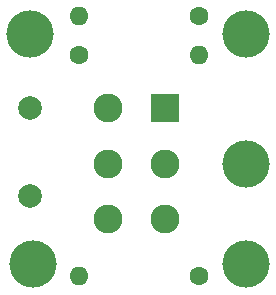
<source format=gbr>
G04 #@! TF.GenerationSoftware,KiCad,Pcbnew,(6.0.0-0)*
G04 #@! TF.CreationDate,2022-01-15T15:53:31+00:00*
G04 #@! TF.ProjectId,SelectPCB,53656c65-6374-4504-9342-2e6b69636164,rev?*
G04 #@! TF.SameCoordinates,Original*
G04 #@! TF.FileFunction,Soldermask,Top*
G04 #@! TF.FilePolarity,Negative*
%FSLAX46Y46*%
G04 Gerber Fmt 4.6, Leading zero omitted, Abs format (unit mm)*
G04 Created by KiCad (PCBNEW (6.0.0-0)) date 2022-01-15 15:53:31*
%MOMM*%
%LPD*%
G01*
G04 APERTURE LIST*
%ADD10C,2.000000*%
%ADD11C,1.600000*%
%ADD12O,1.600000X1.600000*%
%ADD13C,4.000500*%
%ADD14R,2.450000X2.450000*%
%ADD15C,2.450000*%
G04 APERTURE END LIST*
D10*
X144500000Y-94976000D03*
X144500000Y-102476000D03*
D11*
X158750000Y-109250000D03*
D12*
X148590000Y-109250000D03*
D11*
X158750000Y-87250000D03*
D12*
X148590000Y-87250000D03*
D11*
X148590000Y-90500000D03*
D12*
X158750000Y-90500000D03*
D13*
X144750000Y-108250000D03*
X144500000Y-88750000D03*
X162750000Y-108250000D03*
X162750000Y-99750000D03*
X162750000Y-88750000D03*
D14*
X155915000Y-95050000D03*
D15*
X155915000Y-99750000D03*
X155915000Y-104450000D03*
X151085000Y-95050000D03*
X151085000Y-99750000D03*
X151085000Y-104450000D03*
M02*

</source>
